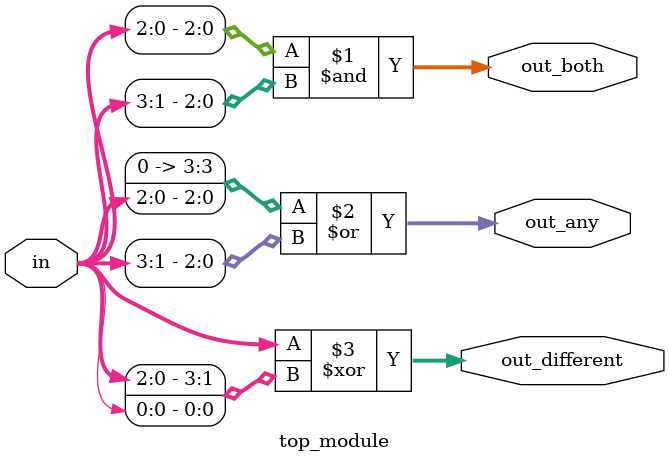
<source format=sv>
module top_module (
	input [3:0] in,
	output [2:0] out_both,
	output [3:0] out_any,
	output [3:0] out_different
);

	assign out_both = in[2:0] & in[3:1];
	assign out_any = {1'b0, in[2:0]} | in[3:1]; 
	assign out_different = in ^ {in[2:0], in[0]};
	
endmodule

</source>
